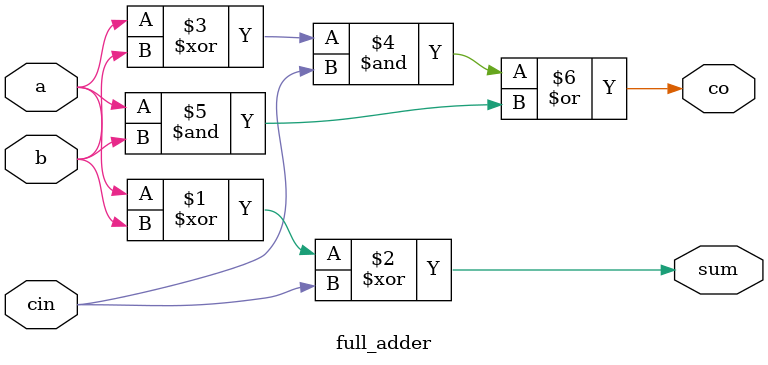
<source format=v>
/* 	
File name: full_adder
Module Function: Implementation of a 1-bit full adder

This code implements 1-bit full adder using dataflow method.
This code can also be found in Chapter 3 of the STEPFPGA tutorial book written by EIM Technology.
Website: www.eimtechnology.com

Copyright License: MIT
*/

module full_adder (
   input wire a,           
   input wire b,  
   input wire cin,  
   output wire sum,         
   output wire co
); 
   assign sum = a^b^cin;
   assign co = ((a^b)&cin)|(a&b);
endmodule

</source>
